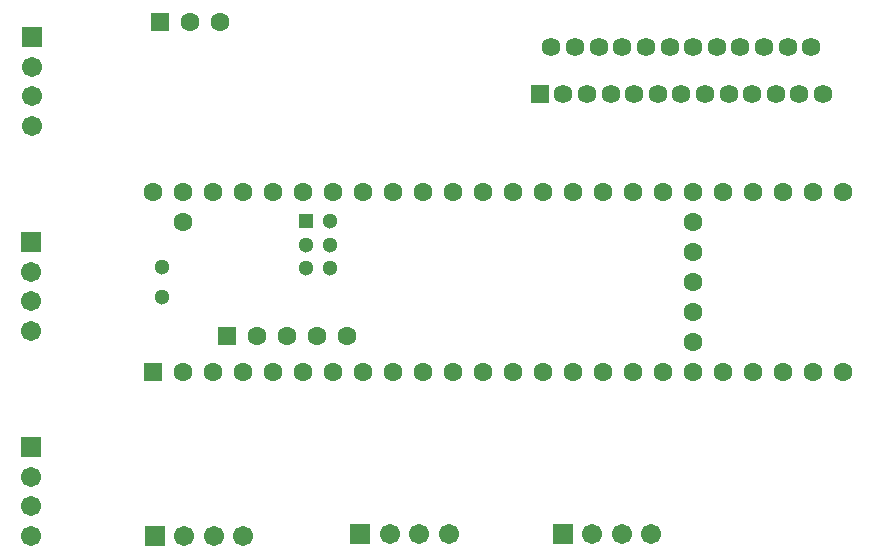
<source format=gbr>
%TF.GenerationSoftware,KiCad,Pcbnew,7.0.7*%
%TF.CreationDate,2024-02-01T19:36:20-05:00*%
%TF.ProjectId,500g Bot Design-2024-01-21,35303067-2042-46f7-9420-44657369676e,rev?*%
%TF.SameCoordinates,Original*%
%TF.FileFunction,Soldermask,Bot*%
%TF.FilePolarity,Negative*%
%FSLAX46Y46*%
G04 Gerber Fmt 4.6, Leading zero omitted, Abs format (unit mm)*
G04 Created by KiCad (PCBNEW 7.0.7) date 2024-02-01 19:36:20*
%MOMM*%
%LPD*%
G01*
G04 APERTURE LIST*
G04 Aperture macros list*
%AMRoundRect*
0 Rectangle with rounded corners*
0 $1 Rounding radius*
0 $2 $3 $4 $5 $6 $7 $8 $9 X,Y pos of 4 corners*
0 Add a 4 corners polygon primitive as box body*
4,1,4,$2,$3,$4,$5,$6,$7,$8,$9,$2,$3,0*
0 Add four circle primitives for the rounded corners*
1,1,$1+$1,$2,$3*
1,1,$1+$1,$4,$5*
1,1,$1+$1,$6,$7*
1,1,$1+$1,$8,$9*
0 Add four rect primitives between the rounded corners*
20,1,$1+$1,$2,$3,$4,$5,0*
20,1,$1+$1,$4,$5,$6,$7,0*
20,1,$1+$1,$6,$7,$8,$9,0*
20,1,$1+$1,$8,$9,$2,$3,0*%
G04 Aperture macros list end*
%ADD10C,1.300000*%
%ADD11R,1.300000X1.300000*%
%ADD12C,1.600000*%
%ADD13R,1.600000X1.600000*%
%ADD14RoundRect,0.102000X-0.754000X-0.754000X0.754000X-0.754000X0.754000X0.754000X-0.754000X0.754000X0*%
%ADD15C,1.712000*%
%ADD16RoundRect,0.102000X-0.754000X0.754000X-0.754000X-0.754000X0.754000X-0.754000X0.754000X0.754000X0*%
%ADD17RoundRect,0.102000X-0.694000X-0.694000X0.694000X-0.694000X0.694000X0.694000X-0.694000X0.694000X0*%
%ADD18C,1.592000*%
%ADD19RoundRect,0.102000X-0.699000X-0.699000X0.699000X-0.699000X0.699000X0.699000X-0.699000X0.699000X0*%
%ADD20C,1.602000*%
G04 APERTURE END LIST*
D10*
%TO.C,IC1*%
X70000000Y-103800000D03*
X70000000Y-101260000D03*
X84240000Y-97348400D03*
X84240000Y-99348400D03*
X84240000Y-101348400D03*
X82240000Y-101348400D03*
X82240000Y-99348400D03*
D11*
X82240000Y-97348400D03*
D12*
X85729200Y-107099200D03*
X83189200Y-107099200D03*
X80649200Y-107099200D03*
X78109200Y-107099200D03*
D13*
X75569200Y-107099200D03*
D12*
X114990000Y-97450000D03*
X114990000Y-99990000D03*
X114990000Y-102530000D03*
X114990000Y-105070000D03*
X114990000Y-107610000D03*
X71810000Y-97450000D03*
X69270000Y-94910000D03*
X71810000Y-94910000D03*
X74350000Y-94910000D03*
X76890000Y-94910000D03*
X79430000Y-94910000D03*
X81970000Y-94910000D03*
X84510000Y-94910000D03*
X87050000Y-94910000D03*
X89590000Y-94910000D03*
X92130000Y-94910000D03*
X94670000Y-94910000D03*
X97210000Y-94910000D03*
X99750000Y-94910000D03*
X102290000Y-94910000D03*
X104830000Y-94910000D03*
X107370000Y-94910000D03*
X109910000Y-94910000D03*
X112450000Y-94910000D03*
X114990000Y-94910000D03*
X117530000Y-94910000D03*
X120070000Y-94910000D03*
X122610000Y-94910000D03*
X125150000Y-94910000D03*
X127690000Y-94910000D03*
X127690000Y-110150000D03*
X125150000Y-110150000D03*
X122610000Y-110150000D03*
X120070000Y-110150000D03*
X117530000Y-110150000D03*
X114990000Y-110150000D03*
X112450000Y-110150000D03*
X109910000Y-110150000D03*
X107370000Y-110150000D03*
X104830000Y-110150000D03*
X102290000Y-110150000D03*
X99750000Y-110150000D03*
X97210000Y-110150000D03*
X94670000Y-110150000D03*
X92130000Y-110150000D03*
X89590000Y-110150000D03*
X87050000Y-110150000D03*
X84510000Y-110150000D03*
X81970000Y-110150000D03*
X79430000Y-110150000D03*
X76890000Y-110150000D03*
X74350000Y-110150000D03*
X71810000Y-110150000D03*
D13*
X69270000Y-110150000D03*
%TD*%
D14*
%TO.C,J4*%
X103946000Y-123842000D03*
D15*
X106446000Y-123842000D03*
X108946000Y-123842000D03*
X111446000Y-123842000D03*
%TD*%
D14*
%TO.C,J1*%
X69402000Y-123969000D03*
D15*
X71902000Y-123969000D03*
X74402000Y-123969000D03*
X76902000Y-123969000D03*
%TD*%
D14*
%TO.C,J2*%
X86801000Y-123842000D03*
D15*
X89301000Y-123842000D03*
X91801000Y-123842000D03*
X94301000Y-123842000D03*
%TD*%
D16*
%TO.C,J6*%
X58928000Y-116474200D03*
D15*
X58928000Y-118974200D03*
X58928000Y-121474200D03*
X58928000Y-123974200D03*
%TD*%
D16*
%TO.C,J5*%
X58928000Y-99131100D03*
D15*
X58928000Y-101631100D03*
X58928000Y-104131100D03*
X58928000Y-106631100D03*
%TD*%
D17*
%TO.C,U1*%
X102000000Y-86600000D03*
D18*
X103000000Y-82600000D03*
X104000000Y-86600000D03*
X105000000Y-82600000D03*
X106000000Y-86600000D03*
X107000000Y-82600000D03*
X108000000Y-86600000D03*
X109000000Y-82600000D03*
X110000000Y-86600000D03*
X111000000Y-82600000D03*
X112000000Y-86600000D03*
X113000000Y-82600000D03*
X114000000Y-86600000D03*
X115000000Y-82600000D03*
X116000000Y-86600000D03*
X117000000Y-82600000D03*
X118000000Y-86600000D03*
X119000000Y-82600000D03*
X120000000Y-86600000D03*
X121000000Y-82600000D03*
X122000000Y-86600000D03*
X123000000Y-82600000D03*
X124000000Y-86600000D03*
X125000000Y-82600000D03*
X126000000Y-86600000D03*
%TD*%
D16*
%TO.C,J7*%
X59038000Y-81781000D03*
D15*
X59038000Y-84281000D03*
X59038000Y-86781000D03*
X59038000Y-89281000D03*
%TD*%
D19*
%TO.C,J11*%
X69850000Y-80518000D03*
D20*
X72390000Y-80518000D03*
X74930000Y-80518000D03*
%TD*%
M02*

</source>
